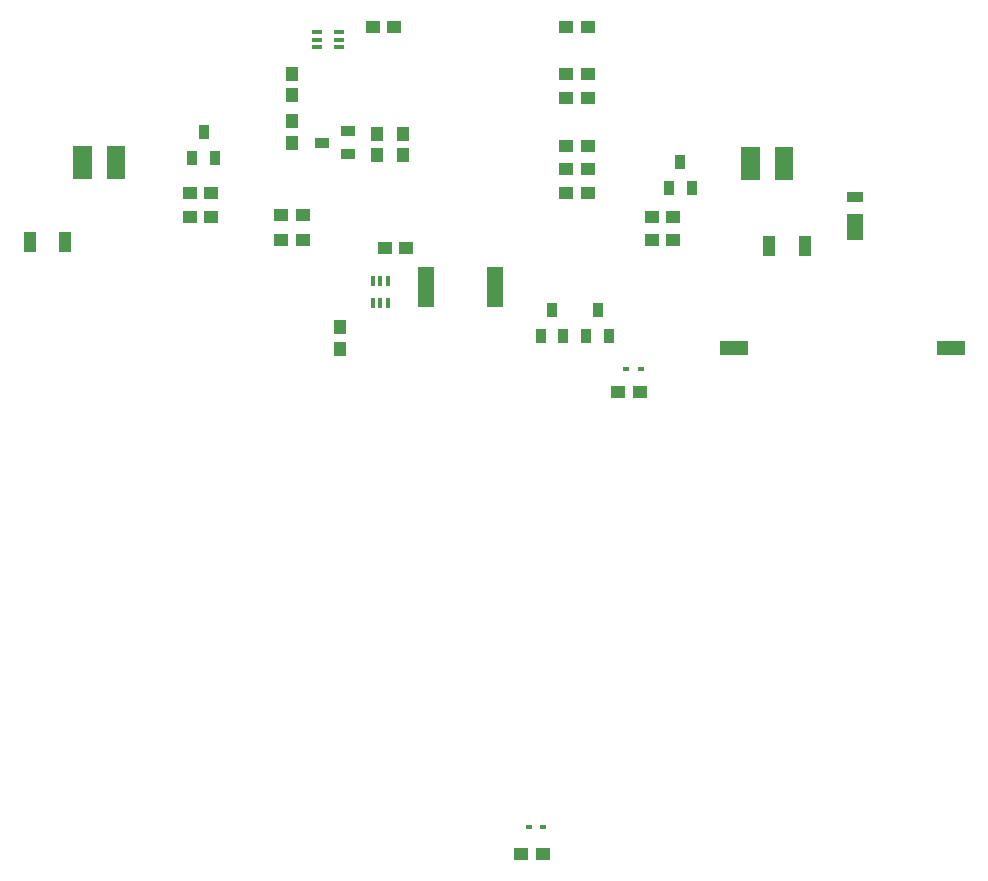
<source format=gbp>
%FSLAX23Y23*%
%MOIN*%
G70*
G01*
G75*
G04 Layer_Color=128*
%ADD10C,0.008*%
%ADD11R,0.014X0.067*%
%ADD12R,0.014X0.035*%
%ADD13R,0.024X0.045*%
%ADD14R,0.020X0.049*%
%ADD15R,0.040X0.040*%
%ADD16R,0.050X0.040*%
%ADD17O,0.024X0.073*%
%ADD18R,0.057X0.016*%
%ADD19R,0.037X0.039*%
%ADD20R,0.055X0.138*%
%ADD21R,0.051X0.108*%
%ADD22R,0.059X0.057*%
%ADD23R,0.045X0.043*%
%ADD24R,0.055X0.035*%
%ADD25R,0.055X0.087*%
%ADD26R,0.066X0.124*%
%ADD27R,0.060X0.124*%
%ADD28R,0.028X0.035*%
%ADD29O,0.028X0.010*%
%ADD30R,0.020X0.020*%
%ADD31R,0.024X0.024*%
%ADD32R,0.059X0.169*%
G04:AMPARAMS|DCode=33|XSize=65mil|YSize=220mil|CornerRadius=16mil|HoleSize=0mil|Usage=FLASHONLY|Rotation=180.000|XOffset=0mil|YOffset=0mil|HoleType=Round|Shape=RoundedRectangle|*
%AMROUNDEDRECTD33*
21,1,0.065,0.188,0,0,180.0*
21,1,0.033,0.220,0,0,180.0*
1,1,0.033,-0.016,0.094*
1,1,0.033,0.016,0.094*
1,1,0.033,0.016,-0.094*
1,1,0.033,-0.016,-0.094*
%
%ADD33ROUNDEDRECTD33*%
G04:AMPARAMS|DCode=34|XSize=65mil|YSize=200mil|CornerRadius=16mil|HoleSize=0mil|Usage=FLASHONLY|Rotation=180.000|XOffset=0mil|YOffset=0mil|HoleType=Round|Shape=RoundedRectangle|*
%AMROUNDEDRECTD34*
21,1,0.065,0.168,0,0,180.0*
21,1,0.033,0.200,0,0,180.0*
1,1,0.033,-0.016,0.084*
1,1,0.033,0.016,0.084*
1,1,0.033,0.016,-0.084*
1,1,0.033,-0.016,-0.084*
%
%ADD34ROUNDEDRECTD34*%
%ADD35R,0.071X0.071*%
%ADD36O,0.010X0.031*%
%ADD37O,0.031X0.010*%
%ADD38R,0.043X0.045*%
%ADD39R,0.051X0.033*%
%ADD40R,0.033X0.051*%
%ADD41R,0.043X0.069*%
%ADD42R,0.069X0.043*%
%ADD43R,0.057X0.059*%
%ADD44R,0.124X0.060*%
%ADD45R,0.016X0.024*%
%ADD46C,0.012*%
%ADD47C,0.010*%
%ADD48C,0.025*%
%ADD49C,0.015*%
%ADD50C,0.020*%
%ADD51C,0.050*%
%ADD52C,0.030*%
%ADD53C,0.040*%
%ADD54C,0.050*%
G04:AMPARAMS|DCode=55|XSize=354mil|YSize=79mil|CornerRadius=20mil|HoleSize=0mil|Usage=FLASHONLY|Rotation=270.000|XOffset=0mil|YOffset=0mil|HoleType=Round|Shape=RoundedRectangle|*
%AMROUNDEDRECTD55*
21,1,0.354,0.039,0,0,270.0*
21,1,0.315,0.079,0,0,270.0*
1,1,0.039,-0.020,-0.157*
1,1,0.039,-0.020,0.157*
1,1,0.039,0.020,0.157*
1,1,0.039,0.020,-0.157*
%
%ADD55ROUNDEDRECTD55*%
G04:AMPARAMS|DCode=56|XSize=394mil|YSize=79mil|CornerRadius=20mil|HoleSize=0mil|Usage=FLASHONLY|Rotation=270.000|XOffset=0mil|YOffset=0mil|HoleType=Round|Shape=RoundedRectangle|*
%AMROUNDEDRECTD56*
21,1,0.394,0.039,0,0,270.0*
21,1,0.354,0.079,0,0,270.0*
1,1,0.039,-0.020,-0.177*
1,1,0.039,-0.020,0.177*
1,1,0.039,0.020,0.177*
1,1,0.039,0.020,-0.177*
%
%ADD56ROUNDEDRECTD56*%
%ADD57C,0.090*%
%ADD58C,0.157*%
%ADD59O,0.075X0.150*%
%ADD60R,0.050X0.050*%
%ADD61C,0.059*%
%ADD62R,0.059X0.059*%
%ADD63C,0.060*%
%ADD64R,0.060X0.060*%
%ADD65C,0.052*%
%ADD66C,0.125*%
%ADD67O,0.173X0.059*%
%ADD68O,0.070X0.125*%
%ADD69R,0.079X0.335*%
%ADD70O,0.276X0.079*%
%ADD71C,0.028*%
%ADD72C,0.030*%
%ADD73C,0.040*%
%ADD74C,0.024*%
%ADD75C,0.080*%
%ADD76C,0.100*%
%ADD77C,0.060*%
%ADD78C,0.070*%
G04:AMPARAMS|DCode=79|XSize=90mil|YSize=90mil|CornerRadius=0mil|HoleSize=0mil|Usage=FLASHONLY|Rotation=0.000|XOffset=0mil|YOffset=0mil|HoleType=Round|Shape=Relief|Width=20mil|Gap=10mil|Entries=4|*
%AMTHD79*
7,0,0,0.090,0.070,0.020,45*
%
%ADD79THD79*%
%AMTHOVALD80*
21,1,0.267,0.088,0,0,270.0*
1,1,0.088,0.000,0.134*
1,1,0.088,0.000,-0.134*
21,0,0.267,0.068,0,0,270.0*
1,0,0.068,0.000,0.134*
1,0,0.068,0.000,-0.134*
4,0,4,-0.007,0.127,-0.038,0.158,-0.024,0.172,0.007,0.141,-0.007,0.127,0.0*
4,0,4,-0.007,-0.141,0.024,-0.172,0.038,-0.158,0.007,-0.127,-0.007,-0.141,0.0*
4,0,4,-0.007,0.141,0.024,0.172,0.038,0.158,0.007,0.127,-0.007,0.141,0.0*
4,0,4,-0.007,-0.127,-0.038,-0.158,-0.024,-0.172,0.007,-0.141,-0.007,-0.127,0.0*
%
%ADD80THOVALD80*%

%ADD81O,0.068X0.335*%
G04:AMPARAMS|DCode=82|XSize=117mil|YSize=117mil|CornerRadius=0mil|HoleSize=0mil|Usage=FLASHONLY|Rotation=0.000|XOffset=0mil|YOffset=0mil|HoleType=Round|Shape=Relief|Width=20mil|Gap=10mil|Entries=4|*
%AMTHD82*
7,0,0,0.117,0.097,0.020,45*
%
%ADD82THD82*%
%ADD83C,0.097*%
G04:AMPARAMS|DCode=84|XSize=210mil|YSize=210mil|CornerRadius=0mil|HoleSize=0mil|Usage=FLASHONLY|Rotation=0.000|XOffset=0mil|YOffset=0mil|HoleType=Round|Shape=Relief|Width=20mil|Gap=10mil|Entries=4|*
%AMTHD84*
7,0,0,0.210,0.190,0.020,45*
%
%ADD84THD84*%
%ADD85O,0.115X0.190*%
G04:AMPARAMS|DCode=86|XSize=95.433mil|YSize=95.433mil|CornerRadius=0mil|HoleSize=0mil|Usage=FLASHONLY|Rotation=0.000|XOffset=0mil|YOffset=0mil|HoleType=Round|Shape=Relief|Width=20mil|Gap=10mil|Entries=4|*
%AMTHD86*
7,0,0,0.095,0.075,0.020,45*
%
%ADD86THD86*%
%ADD87C,0.075*%
G04:AMPARAMS|DCode=88|XSize=102.126mil|YSize=102.126mil|CornerRadius=0mil|HoleSize=0mil|Usage=FLASHONLY|Rotation=0.000|XOffset=0mil|YOffset=0mil|HoleType=Round|Shape=Relief|Width=20mil|Gap=10mil|Entries=4|*
%AMTHD88*
7,0,0,0.102,0.082,0.020,45*
%
%ADD88THD88*%
%ADD89C,0.082*%
%ADD90C,0.092*%
%ADD91C,0.112*%
%ADD92O,0.215X0.110*%
%ADD93O,0.068X0.112*%
%ADD94O,0.068X0.365*%
G04:AMPARAMS|DCode=95|XSize=132mil|YSize=132mil|CornerRadius=0mil|HoleSize=0mil|Usage=FLASHONLY|Rotation=0.000|XOffset=0mil|YOffset=0mil|HoleType=Round|Shape=Relief|Width=20mil|Gap=10mil|Entries=4|*
%AMTHD95*
7,0,0,0.132,0.112,0.020,45*
%
%ADD95THD95*%
%AMTHOVALD96*
21,1,0.044,0.088,0,0,270.0*
1,1,0.088,0.000,0.022*
1,1,0.088,0.000,-0.022*
21,0,0.044,0.068,0,0,270.0*
1,0,0.068,0.000,0.022*
1,0,0.068,0.000,-0.022*
4,0,4,-0.007,0.015,-0.038,0.046,-0.024,0.060,0.007,0.029,-0.007,0.015,0.0*
4,0,4,-0.007,-0.029,0.024,-0.060,0.038,-0.046,0.007,-0.015,-0.007,-0.029,0.0*
4,0,4,-0.007,0.029,0.024,0.060,0.038,0.046,0.007,0.015,-0.007,0.029,0.0*
4,0,4,-0.007,-0.015,-0.038,-0.046,-0.024,-0.060,0.007,-0.029,-0.007,-0.015,0.0*
%
%ADD96THOVALD96*%

%AMTHOVALD97*
21,1,0.297,0.088,0,0,270.0*
1,1,0.088,0.000,0.148*
1,1,0.088,0.000,-0.148*
21,0,0.297,0.068,0,0,270.0*
1,0,0.068,0.000,0.148*
1,0,0.068,0.000,-0.148*
4,0,4,-0.007,0.141,-0.038,0.172,-0.024,0.187,0.007,0.155,-0.007,0.141,0.0*
4,0,4,-0.007,-0.155,0.024,-0.187,0.038,-0.172,0.007,-0.141,-0.007,-0.155,0.0*
4,0,4,-0.007,0.155,0.024,0.187,0.038,0.172,0.007,0.141,-0.007,0.155,0.0*
4,0,4,-0.007,-0.141,-0.038,-0.172,-0.024,-0.187,0.007,-0.155,-0.007,-0.141,0.0*
%
%ADD97THOVALD97*%

%ADD98O,0.316X0.119*%
G04:AMPARAMS|DCode=99|XSize=88mil|YSize=88mil|CornerRadius=0mil|HoleSize=0mil|Usage=FLASHONLY|Rotation=0.000|XOffset=0mil|YOffset=0mil|HoleType=Round|Shape=Relief|Width=20mil|Gap=10mil|Entries=4|*
%AMTHD99*
7,0,0,0.088,0.068,0.020,45*
%
%ADD99THD99*%
G04:AMPARAMS|DCode=100|XSize=71mil|YSize=71mil|CornerRadius=0mil|HoleSize=0mil|Usage=FLASHONLY|Rotation=0.000|XOffset=0mil|YOffset=0mil|HoleType=Round|Shape=Relief|Width=20mil|Gap=10mil|Entries=4|*
%AMTHD100*
7,0,0,0.071,0.051,0.020,45*
%
%ADD100THD100*%
%ADD101C,0.052*%
G04:AMPARAMS|DCode=102|XSize=72mil|YSize=72mil|CornerRadius=0mil|HoleSize=0mil|Usage=FLASHONLY|Rotation=0.000|XOffset=0mil|YOffset=0mil|HoleType=Round|Shape=Relief|Width=20mil|Gap=10mil|Entries=4|*
%AMTHD102*
7,0,0,0.072,0.052,0.020,45*
%
%ADD102THD102*%
%ADD103C,0.051*%
%ADD104C,0.068*%
G04:AMPARAMS|DCode=105|XSize=80mil|YSize=80mil|CornerRadius=0mil|HoleSize=0mil|Usage=FLASHONLY|Rotation=0.000|XOffset=0mil|YOffset=0mil|HoleType=Round|Shape=Relief|Width=20mil|Gap=10mil|Entries=4|*
%AMTHD105*
7,0,0,0.080,0.060,0.020,45*
%
%ADD105THD105*%
G04:AMPARAMS|DCode=106|XSize=84mil|YSize=84mil|CornerRadius=0mil|HoleSize=0mil|Usage=FLASHONLY|Rotation=0.000|XOffset=0mil|YOffset=0mil|HoleType=Round|Shape=Relief|Width=20mil|Gap=10mil|Entries=4|*
%AMTHD106*
7,0,0,0.084,0.064,0.020,45*
%
%ADD106THD106*%
%ADD107C,0.190*%
%AMTHOVALD108*
21,1,0.044,0.088,0,0,450.0*
1,1,0.088,0.000,-0.022*
1,1,0.088,0.000,0.022*
21,0,0.044,0.068,0,0,450.0*
1,0,0.068,0.000,-0.022*
1,0,0.068,0.000,0.022*
4,0,4,0.007,-0.015,0.038,-0.046,0.024,-0.060,-0.007,-0.029,0.007,-0.015,0.0*
4,0,4,0.007,0.029,-0.024,0.060,-0.038,0.046,-0.007,0.015,0.007,0.029,0.0*
4,0,4,0.007,-0.029,-0.024,-0.060,-0.038,-0.046,-0.007,-0.015,0.007,-0.029,0.0*
4,0,4,0.007,0.015,0.038,0.046,0.024,0.060,-0.007,0.029,0.007,0.015,0.0*
%
%ADD108THOVALD108*%

%ADD109C,0.064*%
%ADD110R,0.024X0.016*%
%ADD111R,0.092X0.051*%
%ADD112R,0.035X0.014*%
%ADD113C,0.024*%
%ADD114C,0.010*%
%ADD115C,0.005*%
%ADD116C,0.008*%
%ADD117C,0.004*%
%ADD118C,0.004*%
%ADD119C,0.007*%
%ADD120C,0.002*%
%ADD121C,0.001*%
%ADD122R,0.022X0.075*%
%ADD123R,0.022X0.043*%
%ADD124R,0.032X0.053*%
%ADD125R,0.028X0.057*%
%ADD126R,0.048X0.048*%
%ADD127R,0.058X0.048*%
%ADD128O,0.032X0.081*%
%ADD129R,0.065X0.024*%
%ADD130R,0.045X0.047*%
%ADD131R,0.063X0.146*%
%ADD132R,0.059X0.116*%
%ADD133R,0.067X0.065*%
%ADD134R,0.053X0.051*%
%ADD135R,0.063X0.043*%
%ADD136R,0.063X0.095*%
%ADD137R,0.074X0.132*%
%ADD138R,0.068X0.132*%
%ADD139R,0.036X0.043*%
%ADD140O,0.036X0.018*%
%ADD141R,0.032X0.032*%
%ADD142R,0.067X0.177*%
G04:AMPARAMS|DCode=143|XSize=73mil|YSize=228mil|CornerRadius=20mil|HoleSize=0mil|Usage=FLASHONLY|Rotation=180.000|XOffset=0mil|YOffset=0mil|HoleType=Round|Shape=RoundedRectangle|*
%AMROUNDEDRECTD143*
21,1,0.073,0.188,0,0,180.0*
21,1,0.033,0.228,0,0,180.0*
1,1,0.041,-0.016,0.094*
1,1,0.041,0.016,0.094*
1,1,0.041,0.016,-0.094*
1,1,0.041,-0.016,-0.094*
%
%ADD143ROUNDEDRECTD143*%
G04:AMPARAMS|DCode=144|XSize=73mil|YSize=208mil|CornerRadius=20mil|HoleSize=0mil|Usage=FLASHONLY|Rotation=180.000|XOffset=0mil|YOffset=0mil|HoleType=Round|Shape=RoundedRectangle|*
%AMROUNDEDRECTD144*
21,1,0.073,0.168,0,0,180.0*
21,1,0.033,0.208,0,0,180.0*
1,1,0.041,-0.016,0.084*
1,1,0.041,0.016,0.084*
1,1,0.041,0.016,-0.084*
1,1,0.041,-0.016,-0.084*
%
%ADD144ROUNDEDRECTD144*%
%ADD145R,0.079X0.079*%
%ADD146O,0.018X0.039*%
%ADD147O,0.039X0.018*%
%ADD148R,0.051X0.053*%
%ADD149R,0.059X0.041*%
%ADD150R,0.041X0.059*%
%ADD151R,0.051X0.077*%
%ADD152R,0.077X0.051*%
%ADD153R,0.065X0.067*%
%ADD154R,0.132X0.068*%
%ADD155R,0.024X0.032*%
%ADD156C,0.058*%
G04:AMPARAMS|DCode=157|XSize=362mil|YSize=87mil|CornerRadius=24mil|HoleSize=0mil|Usage=FLASHONLY|Rotation=270.000|XOffset=0mil|YOffset=0mil|HoleType=Round|Shape=RoundedRectangle|*
%AMROUNDEDRECTD157*
21,1,0.362,0.039,0,0,270.0*
21,1,0.315,0.087,0,0,270.0*
1,1,0.047,-0.020,-0.157*
1,1,0.047,-0.020,0.157*
1,1,0.047,0.020,0.157*
1,1,0.047,0.020,-0.157*
%
%ADD157ROUNDEDRECTD157*%
G04:AMPARAMS|DCode=158|XSize=402mil|YSize=87mil|CornerRadius=24mil|HoleSize=0mil|Usage=FLASHONLY|Rotation=270.000|XOffset=0mil|YOffset=0mil|HoleType=Round|Shape=RoundedRectangle|*
%AMROUNDEDRECTD158*
21,1,0.402,0.039,0,0,270.0*
21,1,0.354,0.087,0,0,270.0*
1,1,0.047,-0.020,-0.177*
1,1,0.047,-0.020,0.177*
1,1,0.047,0.020,0.177*
1,1,0.047,0.020,-0.177*
%
%ADD158ROUNDEDRECTD158*%
%ADD159C,0.098*%
%ADD160C,0.165*%
%ADD161O,0.083X0.158*%
%ADD162R,0.058X0.058*%
%ADD163C,0.067*%
%ADD164R,0.067X0.067*%
%ADD165C,0.103*%
%ADD166R,0.068X0.068*%
%ADD167C,0.060*%
%ADD168C,0.133*%
%ADD169O,0.181X0.067*%
%ADD170O,0.078X0.133*%
%ADD171R,0.087X0.343*%
%ADD172O,0.284X0.087*%
%ADD173C,0.036*%
%ADD174R,0.032X0.024*%
%ADD175R,0.100X0.059*%
%ADD176R,0.043X0.022*%
G36*
X11049Y3807D02*
X11110D01*
Y3917D01*
X11049D01*
Y3807D01*
D02*
G37*
G36*
X11161D02*
X11222D01*
X11222Y3852D01*
Y3871D01*
X11222Y3917D01*
X11161D01*
Y3807D01*
D02*
G37*
G36*
X8823Y3875D02*
Y3855D01*
X8823Y3810D01*
X8884D01*
Y3920D01*
X8823D01*
X8823Y3875D01*
D02*
G37*
G36*
X8935Y3810D02*
X8996D01*
Y3920D01*
X8935D01*
Y3810D01*
D02*
G37*
D12*
X9821Y3471D02*
D03*
X9846D02*
D03*
X9872D02*
D03*
Y3396D02*
D03*
X9846D02*
D03*
X9821D02*
D03*
D20*
X9999Y3450D02*
D03*
X10228D02*
D03*
D23*
X9820Y4317D02*
D03*
X9893D02*
D03*
X9515Y3690D02*
D03*
X9588D02*
D03*
X9515Y3606D02*
D03*
X9588D02*
D03*
X9860Y3582D02*
D03*
X9933D02*
D03*
X10538Y3843D02*
D03*
X10465D02*
D03*
Y3764D02*
D03*
X10538D02*
D03*
X10465Y4317D02*
D03*
X10538D02*
D03*
X10465Y4160D02*
D03*
X10538D02*
D03*
X10465Y4080D02*
D03*
X10538D02*
D03*
X10465Y3920D02*
D03*
X10538D02*
D03*
X10822Y3685D02*
D03*
X10750D02*
D03*
X10822Y3606D02*
D03*
X10750D02*
D03*
X10389Y1562D02*
D03*
X10316D02*
D03*
X9283Y3764D02*
D03*
X9210D02*
D03*
X9210Y3685D02*
D03*
X9283D02*
D03*
X10711Y3102D02*
D03*
X10638D02*
D03*
D24*
X11427Y3749D02*
D03*
D25*
Y3649D02*
D03*
D30*
X11211Y3862D02*
D03*
X11059D02*
D03*
X8985Y3865D02*
D03*
X8834D02*
D03*
D38*
X9553Y4161D02*
D03*
Y4089D02*
D03*
X9553Y3932D02*
D03*
Y4005D02*
D03*
X9836Y3961D02*
D03*
Y3889D02*
D03*
X9921Y3961D02*
D03*
Y3889D02*
D03*
X9711Y3317D02*
D03*
Y3244D02*
D03*
D39*
X9653Y3932D02*
D03*
X9739Y3969D02*
D03*
X9739Y3894D02*
D03*
D40*
X10533Y3287D02*
D03*
X10607Y3287D02*
D03*
X10570Y3373D02*
D03*
X10809Y3782D02*
D03*
X10884Y3782D02*
D03*
X10846Y3868D02*
D03*
X9219Y3882D02*
D03*
X9294Y3882D02*
D03*
X9257Y3968D02*
D03*
X10380Y3287D02*
D03*
X10455Y3287D02*
D03*
X10417Y3373D02*
D03*
D41*
X8796Y3600D02*
D03*
X8678D02*
D03*
X11142Y3587D02*
D03*
X11260D02*
D03*
D110*
X10715Y3178D02*
D03*
X10666D02*
D03*
X10340Y1652D02*
D03*
X10389D02*
D03*
D111*
X11747Y3246D02*
D03*
X11025D02*
D03*
D112*
X9634Y4249D02*
D03*
Y4275D02*
D03*
Y4301D02*
D03*
X9709D02*
D03*
Y4275D02*
D03*
Y4249D02*
D03*
M02*

</source>
